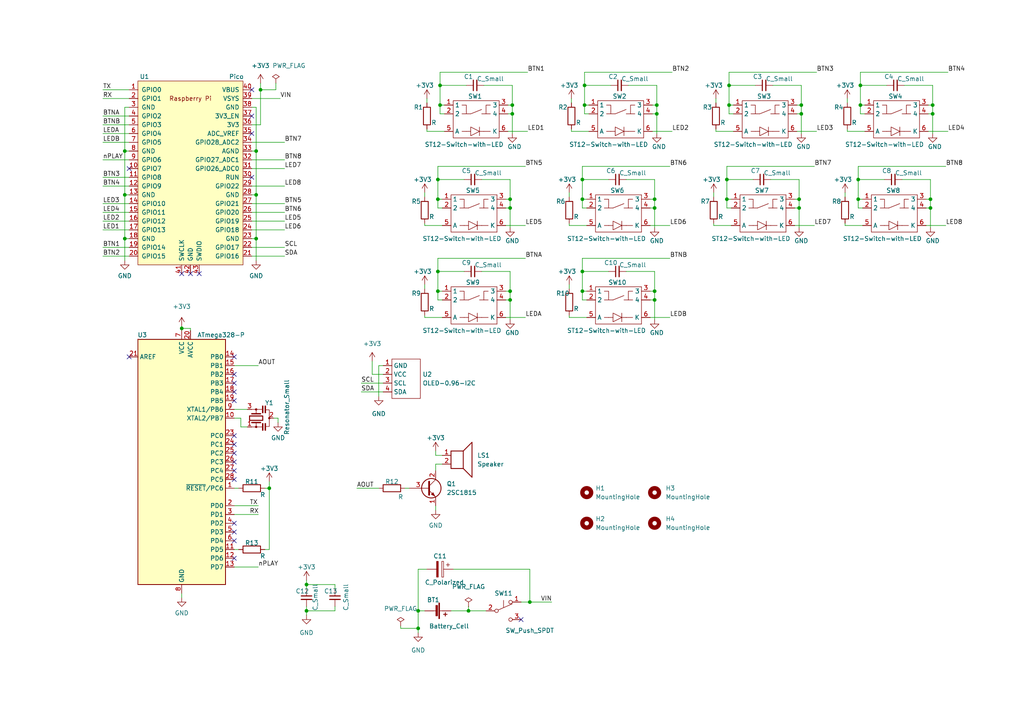
<source format=kicad_sch>
(kicad_sch (version 20211123) (generator eeschema)
  (paper "A4")
  (lib_symbols
    (symbol "Device:Battery_Cell" (pin_numbers hide) (pin_names (offset 0) hide)
      (property "Reference" "BT" (at 2.54 2.54 0))
      (property "Value" "Battery_Cell" (at 2.54 0 0))
      (symbol "Battery_Cell_0_1"
        (rectangle (start -2.286 1.778) (end 2.286 1.524) (fill (type outline)))
        (rectangle (start -1.5748 1.1938) (end 1.4732 0.6858) (fill (type outline)))
        (polyline (pts (xy 0 0.762) (xy 0 0)))
        (polyline (pts (xy 0 1.778) (xy 0 2.54)))
        (polyline (pts (xy 0.508 3.429) (xy 1.524 3.429)) (stroke (width 0.254)))
        (polyline (pts (xy 1.016 3.937) (xy 1.016 2.921)) (stroke (width 0.254)))
      )
      (symbol "Battery_Cell_1_1"
        (pin passive line (at 0 5.08 270) (length 2.54) (name "+") (number "1"))
        (pin passive line (at 0 -2.54 90) (length 2.54) (name "-") (number "2"))
      )
    )
    (symbol "Device:C_Polarized" (pin_numbers hide) (pin_names (offset 0.254))
      (property "Reference" "C" (at 0.635 2.54 0))
      (property "Value" "C_Polarized" (at 0.635 -2.54 0))
      (symbol "C_Polarized_0_1"
        (rectangle (start -2.286 0.508) (end 2.286 1.016))
        (polyline (pts (xy -1.778 2.286) (xy -0.762 2.286)))
        (polyline (pts (xy -1.27 2.794) (xy -1.27 1.778)))
        (rectangle (start 2.286 -0.508) (end -2.286 -1.016) (fill (type outline)))
      )
      (symbol "C_Polarized_1_1"
        (pin passive line (at 0 3.81 270) (length 2.794) (name "~") (number "1"))
        (pin passive line (at 0 -3.81 90) (length 2.794) (name "~") (number "2"))
      )
    )
    (symbol "Device:C_Small" (pin_numbers hide) (pin_names (offset 0.254) hide)
      (property "Reference" "C" (at 0.254 1.778 0))
      (property "Value" "C_Small" (at 0.254 -2.032 0))
      (symbol "C_Small_0_1"
        (polyline (pts (xy -1.524 -0.508) (xy 1.524 -0.508)) (stroke (width 0.3302)))
        (polyline (pts (xy -1.524 0.508) (xy 1.524 0.508)) (stroke (width 0.3048)))
      )
      (symbol "C_Small_1_1"
        (pin passive line (at 0 2.54 270) (length 2.032) (name "~") (number "1"))
        (pin passive line (at 0 -2.54 90) (length 2.032) (name "~") (number "2"))
      )
    )
    (symbol "Device:R" (pin_numbers hide) (pin_names (offset 0))
      (property "Reference" "R" (at 2.032 0 90))
      (property "Value" "R" (at 0 0 90))
      (symbol "R_0_1"
        (rectangle (start -1.016 -2.54) (end 1.016 2.54) (stroke (width 0.254)))
      )
      (symbol "R_1_1"
        (pin passive line (at 0 3.81 270) (length 1.27) (name "~") (number "1"))
        (pin passive line (at 0 -3.81 90) (length 1.27) (name "~") (number "2"))
      )
    )
    (symbol "Device:Resonator_Small" (pin_names (offset 1.016) hide)
      (property "Reference" "Y" (at 3.175 1.905 0))
      (property "Value" "Resonator_Small" (at 3.175 0 0))
      (symbol "Resonator_Small_0_1"
        (rectangle (start -3.556 -2.54) (end -1.524 -2.794) (fill (type outline)))
        (rectangle (start -3.556 -1.778) (end -1.524 -2.032) (fill (type outline)))
        (circle (center -2.54 0) (radius 0.254) (fill (type outline)))
        (rectangle (start -0.635 1.905) (end 0.635 -1.905) (stroke (width 0.3048)))
        (circle (center 0 -3.81) (radius 0.254) (fill (type outline)))
        (polyline (pts (xy -2.54 -1.778) (xy -2.54 0)))
        (polyline (pts (xy -2.54 0) (xy -1.397 0)))
        (polyline (pts (xy -2.54 1.27) (xy -2.54 0)))
        (polyline (pts (xy -1.27 -1.27) (xy -1.27 1.27)) (stroke (width 0.381)))
        (polyline (pts (xy 1.27 -1.27) (xy 1.27 1.27)) (stroke (width 0.381)))
        (polyline (pts (xy 1.27 0) (xy 2.54 0)))
        (polyline (pts (xy 2.54 0) (xy 2.54 -1.778)))
        (polyline (pts (xy 2.54 1.27) (xy 2.54 0)))
        (polyline (pts (xy 2.413 -2.794) (xy 2.413 -3.81) (xy -2.413 -3.81) (xy -2.413 -2.667)))
        (rectangle (start 1.524 -2.54) (end 3.556 -2.794) (fill (type outline)))
        (rectangle (start 1.524 -1.778) (end 3.556 -2.032) (fill (type outline)))
        (circle (center 2.54 0) (radius 0.254) (fill (type outline)))
      )
      (symbol "Resonator_Small_1_1"
        (pin passive line (at -2.54 2.54 270) (length 1.27) (name "1") (number "1"))
        (pin passive line (at 0 -5.08 90) (length 1.27) (name "2") (number "2"))
        (pin passive line (at 2.54 2.54 270) (length 1.27) (name "3") (number "3"))
      )
    )
    (symbol "Device:Speaker" (pin_names (offset 0) hide)
      (property "Reference" "LS" (at 1.27 5.715 0))
      (property "Value" "Speaker" (at 1.27 3.81 0))
      (symbol "Speaker_0_0"
        (rectangle (start -2.54 1.27) (end 1.016 -3.81) (stroke (width 0.254)))
        (polyline (pts (xy 1.016 1.27) (xy 3.556 3.81) (xy 3.556 -6.35) (xy 1.016 -3.81)) (stroke (width 0.254)))
      )
      (symbol "Speaker_1_1"
        (pin input line (at -5.08 0 0) (length 2.54) (name "1") (number "1"))
        (pin input line (at -5.08 -2.54 0) (length 2.54) (name "2") (number "2"))
      )
    )
    (symbol "MCU_Microchip_ATmega:ATmega328-P"
      (property "Reference" "U" (at -12.7 36.83 0))
      (property "Value" "ATmega328-P" (at 2.54 -36.83 0))
      (symbol "ATmega328-P_0_1"
        (rectangle (start -12.7 -35.56) (end 12.7 35.56) (stroke (width 0.254)) (fill (type background)))
      )
      (symbol "ATmega328-P_1_1"
        (pin bidirectional line (at 15.24 -7.62 180) (length 2.54) (name "~{RESET}/PC6") (number "1"))
        (pin bidirectional line (at 15.24 12.7 180) (length 2.54) (name "XTAL2/PB7") (number "10"))
        (pin bidirectional line (at 15.24 -25.4 180) (length 2.54) (name "PD5") (number "11"))
        (pin bidirectional line (at 15.24 -27.94 180) (length 2.54) (name "PD6") (number "12"))
        (pin bidirectional line (at 15.24 -30.48 180) (length 2.54) (name "PD7") (number "13"))
        (pin bidirectional line (at 15.24 30.48 180) (length 2.54) (name "PB0") (number "14"))
        (pin bidirectional line (at 15.24 27.94 180) (length 2.54) (name "PB1") (number "15"))
        (pin bidirectional line (at 15.24 25.4 180) (length 2.54) (name "PB2") (number "16"))
        (pin bidirectional line (at 15.24 22.86 180) (length 2.54) (name "PB3") (number "17"))
        (pin bidirectional line (at 15.24 20.32 180) (length 2.54) (name "PB4") (number "18"))
        (pin bidirectional line (at 15.24 17.78 180) (length 2.54) (name "PB5") (number "19"))
        (pin bidirectional line (at 15.24 -12.7 180) (length 2.54) (name "PD0") (number "2"))
        (pin power_in line (at 2.54 38.1 270) (length 2.54) (name "AVCC") (number "20"))
        (pin passive line (at -15.24 30.48 0) (length 2.54) (name "AREF") (number "21"))
        (pin passive line (at 0 -38.1 90) (length 2.54) hide (name "GND") (number "22"))
        (pin bidirectional line (at 15.24 7.62 180) (length 2.54) (name "PC0") (number "23"))
        (pin bidirectional line (at 15.24 5.08 180) (length 2.54) (name "PC1") (number "24"))
        (pin bidirectional line (at 15.24 2.54 180) (length 2.54) (name "PC2") (number "25"))
        (pin bidirectional line (at 15.24 0 180) (length 2.54) (name "PC3") (number "26"))
        (pin bidirectional line (at 15.24 -2.54 180) (length 2.54) (name "PC4") (number "27"))
        (pin bidirectional line (at 15.24 -5.08 180) (length 2.54) (name "PC5") (number "28"))
        (pin bidirectional line (at 15.24 -15.24 180) (length 2.54) (name "PD1") (number "3"))
        (pin bidirectional line (at 15.24 -17.78 180) (length 2.54) (name "PD2") (number "4"))
        (pin bidirectional line (at 15.24 -20.32 180) (length 2.54) (name "PD3") (number "5"))
        (pin bidirectional line (at 15.24 -22.86 180) (length 2.54) (name "PD4") (number "6"))
        (pin power_in line (at 0 38.1 270) (length 2.54) (name "VCC") (number "7"))
        (pin power_in line (at 0 -38.1 90) (length 2.54) (name "GND") (number "8"))
        (pin bidirectional line (at 15.24 15.24 180) (length 2.54) (name "XTAL1/PB6") (number "9"))
      )
    )
    (symbol "Mechanical:MountingHole" (pin_names (offset 1.016))
      (property "Reference" "H" (at 0 5.08 0))
      (property "Value" "MountingHole" (at 0 3.175 0))
      (symbol "MountingHole_0_1"
        (circle (center 0 0) (radius 1.27) (stroke (width 1.27)))
      )
    )
    (symbol "RPi_Pico:Pico" (pin_names (offset 1.016))
      (property "Reference" "U" (at -13.97 27.94 0))
      (property "Value" "Pico" (at 0 19.05 0))
      (symbol "Pico_0_0"
        (text "Raspberry Pi" (at 0 21.59 0) (effects (font (size 1.27 1.27))))
      )
      (symbol "Pico_0_1"
        (rectangle (start -15.24 26.67) (end 15.24 -26.67) (fill (type background)))
      )
      (symbol "Pico_1_1"
        (pin bidirectional line (at -17.78 24.13 0) (length 2.54) (name "GPIO0") (number "1"))
        (pin bidirectional line (at -17.78 1.27 0) (length 2.54) (name "GPIO7") (number "10"))
        (pin bidirectional line (at -17.78 -1.27 0) (length 2.54) (name "GPIO8") (number "11"))
        (pin bidirectional line (at -17.78 -3.81 0) (length 2.54) (name "GPIO9") (number "12"))
        (pin power_in line (at -17.78 -6.35 0) (length 2.54) (name "GND") (number "13"))
        (pin bidirectional line (at -17.78 -8.89 0) (length 2.54) (name "GPIO10") (number "14"))
        (pin bidirectional line (at -17.78 -11.43 0) (length 2.54) (name "GPIO11") (number "15"))
        (pin bidirectional line (at -17.78 -13.97 0) (length 2.54) (name "GPIO12") (number "16"))
        (pin bidirectional line (at -17.78 -16.51 0) (length 2.54) (name "GPIO13") (number "17"))
        (pin power_in line (at -17.78 -19.05 0) (length 2.54) (name "GND") (number "18"))
        (pin bidirectional line (at -17.78 -21.59 0) (length 2.54) (name "GPIO14") (number "19"))
        (pin bidirectional line (at -17.78 21.59 0) (length 2.54) (name "GPIO1") (number "2"))
        (pin bidirectional line (at -17.78 -24.13 0) (length 2.54) (name "GPIO15") (number "20"))
        (pin bidirectional line (at 17.78 -24.13 180) (length 2.54) (name "GPIO16") (number "21"))
        (pin bidirectional line (at 17.78 -21.59 180) (length 2.54) (name "GPIO17") (number "22"))
        (pin power_in line (at 17.78 -19.05 180) (length 2.54) (name "GND") (number "23"))
        (pin bidirectional line (at 17.78 -16.51 180) (length 2.54) (name "GPIO18") (number "24"))
        (pin bidirectional line (at 17.78 -13.97 180) (length 2.54) (name "GPIO19") (number "25"))
        (pin bidirectional line (at 17.78 -11.43 180) (length 2.54) (name "GPIO20") (number "26"))
        (pin bidirectional line (at 17.78 -8.89 180) (length 2.54) (name "GPIO21") (number "27"))
        (pin power_in line (at 17.78 -6.35 180) (length 2.54) (name "GND") (number "28"))
        (pin bidirectional line (at 17.78 -3.81 180) (length 2.54) (name "GPIO22") (number "29"))
        (pin power_in line (at -17.78 19.05 0) (length 2.54) (name "GND") (number "3"))
        (pin input line (at 17.78 -1.27 180) (length 2.54) (name "RUN") (number "30"))
        (pin bidirectional line (at 17.78 1.27 180) (length 2.54) (name "GPIO26_ADC0") (number "31"))
        (pin bidirectional line (at 17.78 3.81 180) (length 2.54) (name "GPIO27_ADC1") (number "32"))
        (pin power_in line (at 17.78 6.35 180) (length 2.54) (name "AGND") (number "33"))
        (pin bidirectional line (at 17.78 8.89 180) (length 2.54) (name "GPIO28_ADC2") (number "34"))
        (pin unspecified line (at 17.78 11.43 180) (length 2.54) (name "ADC_VREF") (number "35"))
        (pin unspecified line (at 17.78 13.97 180) (length 2.54) (name "3V3") (number "36"))
        (pin input line (at 17.78 16.51 180) (length 2.54) (name "3V3_EN") (number "37"))
        (pin bidirectional line (at 17.78 19.05 180) (length 2.54) (name "GND") (number "38"))
        (pin unspecified line (at 17.78 21.59 180) (length 2.54) (name "VSYS") (number "39"))
        (pin bidirectional line (at -17.78 16.51 0) (length 2.54) (name "GPIO2") (number "4"))
        (pin unspecified line (at 17.78 24.13 180) (length 2.54) (name "VBUS") (number "40"))
        (pin input line (at -2.54 -29.21 90) (length 2.54) (name "SWCLK") (number "41"))
        (pin power_in line (at 0 -29.21 90) (length 2.54) (name "GND") (number "42"))
        (pin bidirectional line (at 2.54 -29.21 90) (length 2.54) (name "SWDIO") (number "43"))
        (pin bidirectional line (at -17.78 13.97 0) (length 2.54) (name "GPIO3") (number "5"))
        (pin bidirectional line (at -17.78 11.43 0) (length 2.54) (name "GPIO4") (number "6"))
        (pin bidirectional line (at -17.78 8.89 0) (length 2.54) (name "GPIO5") (number "7"))
        (pin power_in line (at -17.78 6.35 0) (length 2.54) (name "GND") (number "8"))
        (pin bidirectional line (at -17.78 3.81 0) (length 2.54) (name "GPIO6") (number "9"))
      )
    )
    (symbol "Switch:SW_Push_SPDT" (pin_names (offset 0) hide)
      (property "Reference" "SW" (at 0 4.318 0))
      (property "Value" "SW_Push_SPDT" (at 0 -5.08 0))
      (symbol "SW_Push_SPDT_0_0"
        (circle (center -2.032 0) (radius 0.508))
        (polyline (pts (xy 0 1.016) (xy 0 3.048)))
        (circle (center 2.032 -2.54) (radius 0.508))
      )
      (symbol "SW_Push_SPDT_0_1"
        (polyline (pts (xy -1.524 0.254) (xy 2.54 2.032)))
        (circle (center 2.032 2.54) (radius 0.508))
      )
      (symbol "SW_Push_SPDT_1_1"
        (pin passive line (at 5.08 2.54 180) (length 2.54) (name "A") (number "1"))
        (pin passive line (at -5.08 0 0) (length 2.54) (name "B") (number "2"))
        (pin passive line (at 5.08 -2.54 180) (length 2.54) (name "C") (number "3"))
      )
    )
    (symbol "Transistor_BJT:2SC1815" (pin_names (offset 0) hide)
      (property "Reference" "Q" (at 5.08 1.905 0))
      (property "Value" "2SC1815" (at 5.08 0 0))
      (symbol "2SC1815_0_1"
        (polyline (pts (xy 0 0) (xy 0.508 0)))
        (polyline (pts (xy 0.635 0.635) (xy 2.54 2.54)))
        (polyline (pts (xy 0.635 -0.635) (xy 2.54 -2.54) (xy 2.54 -2.54)))
        (polyline (pts (xy 0.635 1.905) (xy 0.635 -1.905) (xy 0.635 -1.905)) (stroke (width 0.508)))
        (polyline (pts (xy 1.27 -1.778) (xy 1.778 -1.27) (xy 2.286 -2.286) (xy 1.27 -1.778) (xy 1.27 -1.778)) (fill (type outline)))
        (circle (center 1.27 0) (radius 2.8194) (stroke (width 0.254)))
      )
      (symbol "2SC1815_1_1"
        (pin passive line (at 2.54 -5.08 90) (length 2.54) (name "E") (number "1"))
        (pin passive line (at 2.54 5.08 270) (length 2.54) (name "C") (number "2"))
        (pin input line (at -5.08 0 0) (length 5.08) (name "B") (number "3"))
      )
    )
    (symbol "pico-toy-elevator:OLED-0.96-I2C"
      (property "Reference" "U" (at 0.635 1.27 0))
      (property "Value" "OLED-0.96-I2C" (at 7.62 -12.7 0))
      (symbol "OLED-0.96-I2C_0_1"
        (rectangle (start 0 0) (end 8.255 -11.43))
      )
      (symbol "OLED-0.96-I2C_1_1"
        (pin power_in line (at -2.54 -1.905 0) (length 2.54) (name "GND") (number "1"))
        (pin power_in line (at -2.54 -4.445 0) (length 2.54) (name "VCC") (number "2"))
        (pin input line (at -2.54 -6.985 0) (length 2.54) (name "SCL") (number "3"))
        (pin bidirectional line (at -2.54 -9.525 0) (length 2.54) (name "SDA") (number "4"))
      )
    )
    (symbol "pico-toy-elevator:ST12-Switch-with-LED"
      (property "Reference" "SW" (at 4.445 2.54 0))
      (property "Value" "ST12-Switch-with-LED" (at 6.985 -10.795 0))
      (symbol "ST12-Switch-with-LED_0_1"
        (polyline (pts (xy 3.81 -7.62) (xy 2.54 -7.62)))
        (polyline (pts (xy 5.08 -7.62) (xy 3.81 -7.62)))
        (polyline (pts (xy 5.08 -2.54) (xy 8.255 -1.27)))
        (polyline (pts (xy 7.62 -7.62) (xy 8.89 -7.62)))
        (polyline (pts (xy 7.62 -6.35) (xy 7.62 -8.89)))
        (polyline (pts (xy 8.89 -7.62) (xy 10.795 -7.62)))
        (polyline (pts (xy 9.525 -2.54) (xy 10.795 -2.54)))
        (polyline (pts (xy 13.335 -9.525) (xy 13.335 1.27)))
        (polyline (pts (xy 0 0.635) (xy 0 -9.525) (xy 13.335 -9.525)))
        (polyline (pts (xy 0 0.635) (xy 0 1.27) (xy 13.335 1.27)))
        (polyline (pts (xy 7.62 -7.62) (xy 5.08 -6.35) (xy 5.08 -8.89) (xy 7.62 -7.62)))
        (polyline (pts (xy 8.255 -2.54) (xy 9.525 -2.54) (xy 9.525 0) (xy 10.795 0)))
        (polyline (pts (xy 2.54 0) (xy 3.81 0) (xy 3.81 -2.54) (xy 2.54 -2.54) (xy 3.81 -2.54) (xy 5.08 -2.54)))
      )
      (symbol "ST12-Switch-with-LED_1_1"
        (pin passive line (at -2.54 0 0) (length 2.54) (name "1") (number "1"))
        (pin passive line (at -2.54 -2.54 0) (length 2.54) (name "2") (number "2"))
        (pin passive line (at 15.875 0 180) (length 2.54) (name "3") (number "3"))
        (pin passive line (at 15.875 -2.54 180) (length 2.54) (name "4") (number "4"))
        (pin passive line (at -2.54 -7.62 0) (length 2.54) (name "A") (number "5"))
        (pin passive line (at 15.875 -7.62 180) (length 2.54) (name "K") (number "6"))
      )
    )
    (symbol "power:+3V3" (power) (pin_names (offset 0))
      (property "Value" "+3V3" (at 0 3.556 0))
      (symbol "+3V3_0_1"
        (polyline (pts (xy -0.762 1.27) (xy 0 2.54)))
        (polyline (pts (xy 0 0) (xy 0 2.54)))
        (polyline (pts (xy 0 2.54) (xy 0.762 1.27)))
      )
      (symbol "+3V3_1_1"
        (pin power_in line (at 0 0 90) (length 0) hide (name "+3V3") (number "1"))
      )
    )
    (symbol "power:GND" (power) (pin_names (offset 0))
      (property "Value" "GND" (at 0 -3.81 0))
      (symbol "GND_0_1"
        (polyline (pts (xy 0 0) (xy 0 -1.27) (xy 1.27 -1.27) (xy 0 -2.54) (xy -1.27 -1.27) (xy 0 -1.27)))
      )
      (symbol "GND_1_1"
        (pin power_in line (at 0 0 270) (length 0) hide (name "GND") (number "1"))
      )
    )
    (symbol "power:PWR_FLAG" (power) (pin_numbers hide) (pin_names (offset 0) hide)
      (property "Value" "PWR_FLAG" (at 0 3.81 0))
      (symbol "PWR_FLAG_0_0"
        (pin power_out line (at 0 0 90) (length 0) (name "pwr") (number "1"))
      )
      (symbol "PWR_FLAG_0_1"
        (polyline (pts (xy 0 0) (xy 0 1.27) (xy -1.016 1.905) (xy 0 2.54) (xy 1.016 1.905) (xy 0 1.27)))
      )
    )
  )
  (junction (at 127.635 30.48))
  (junction (at 88.9 169.545))
  (junction (at 127.635 24.765))
  (junction (at 168.91 84.455))
  (junction (at 210.82 52.07))
  (junction (at 231.775 60.325))
  (junction (at 168.91 78.74))
  (junction (at 36.195 43.815))
  (junction (at 135.89 177.165))
  (junction (at 36.195 69.215))
  (junction (at 36.195 56.515))
  (junction (at 269.875 60.325))
  (junction (at 88.9 177.165))
  (junction (at 211.455 24.765))
  (junction (at 74.295 43.815))
  (junction (at 121.285 182.245))
  (junction (at 269.875 57.785))
  (junction (at 74.295 56.515))
  (junction (at 147.955 86.995))
  (junction (at 147.955 57.785))
  (junction (at 147.955 60.325))
  (junction (at 168.91 52.07))
  (junction (at 232.41 33.02))
  (junction (at 231.775 57.785))
  (junction (at 75.565 26.035))
  (junction (at 169.545 24.765))
  (junction (at 211.455 30.48))
  (junction (at 169.545 30.48))
  (junction (at 248.92 57.785))
  (junction (at 248.92 52.07))
  (junction (at 232.41 30.48))
  (junction (at 121.285 177.165))
  (junction (at 270.51 30.48))
  (junction (at 189.865 57.785))
  (junction (at 74.295 69.215))
  (junction (at 190.5 33.02))
  (junction (at 168.91 57.785))
  (junction (at 78.105 141.605))
  (junction (at 127 84.455))
  (junction (at 189.865 60.325))
  (junction (at 148.59 30.48))
  (junction (at 127 52.07))
  (junction (at 190.5 30.48))
  (junction (at 148.59 33.02))
  (junction (at 189.865 86.995))
  (junction (at 210.82 57.785))
  (junction (at 270.51 33.02))
  (junction (at 127 78.74))
  (junction (at 147.955 84.455))
  (junction (at 127 57.785))
  (junction (at 153.67 174.625))
  (junction (at 249.555 30.48))
  (junction (at 189.865 84.455))
  (junction (at 52.705 95.25))
  (junction (at 249.555 24.765))
  (no_connect (at 73.025 38.735))
  (no_connect (at 73.025 33.655))
  (no_connect (at 52.705 79.375))
  (no_connect (at 55.245 79.375))
  (no_connect (at 57.785 79.375))
  (no_connect (at 37.465 48.895))
  (no_connect (at 67.945 151.765))
  (no_connect (at 67.945 161.925))
  (no_connect (at 67.945 156.845))
  (no_connect (at 67.945 154.305))
  (no_connect (at 151.13 179.705))
  (no_connect (at 67.945 128.905))
  (no_connect (at 67.945 126.365))
  (no_connect (at 67.945 116.205))
  (no_connect (at 67.945 113.665))
  (no_connect (at 67.945 111.125))
  (no_connect (at 67.945 108.585))
  (no_connect (at 37.465 103.505))
  (no_connect (at 67.945 139.065))
  (no_connect (at 67.945 136.525))
  (no_connect (at 67.945 133.985))
  (no_connect (at 67.945 131.445))
  (no_connect (at 67.945 103.505))
  (no_connect (at 73.025 26.035))
  (no_connect (at 73.025 51.435))
  (wire (pts (xy 261.62 52.07) (xy 269.875 52.07)))
  (wire (pts (xy 52.705 94.615) (xy 52.705 95.25)))
  (wire (pts (xy 127 57.785) (xy 128.27 57.785)))
  (wire (pts (xy 97.155 175.895) (xy 97.155 177.165)))
  (wire (pts (xy 232.41 33.02) (xy 232.41 38.735)))
  (wire (pts (xy 73.025 69.215) (xy 74.295 69.215)))
  (wire (pts (xy 230.505 57.785) (xy 231.775 57.785)))
  (wire (pts (xy 210.82 52.07) (xy 210.82 48.26)))
  (wire (pts (xy 126.365 134.62) (xy 128.27 134.62)))
  (wire (pts (xy 223.52 52.07) (xy 231.775 52.07)))
  (wire (pts (xy 67.945 121.285) (xy 69.85 121.285)))
  (wire (pts (xy 121.285 165.1) (xy 123.825 165.1)))
  (wire (pts (xy 147.955 52.07) (xy 147.955 57.785)))
  (wire (pts (xy 146.685 92.075) (xy 152.4 92.075)))
  (wire (pts (xy 74.295 56.515) (xy 74.295 69.215)))
  (wire (pts (xy 148.59 30.48) (xy 148.59 33.02)))
  (wire (pts (xy 104.775 111.125) (xy 111.125 111.125)))
  (wire (pts (xy 207.645 38.1) (xy 207.645 37.465)))
  (wire (pts (xy 76.835 159.385) (xy 78.105 159.385)))
  (wire (pts (xy 127 60.325) (xy 127 57.785)))
  (wire (pts (xy 121.285 177.165) (xy 123.19 177.165)))
  (wire (pts (xy 207.01 55.88) (xy 207.01 57.15)))
  (wire (pts (xy 29.845 33.655) (xy 37.465 33.655)))
  (wire (pts (xy 74.295 69.215) (xy 74.295 75.565)))
  (wire (pts (xy 73.025 46.355) (xy 82.55 46.355)))
  (wire (pts (xy 269.875 60.325) (xy 269.875 66.04)))
  (wire (pts (xy 123.19 82.55) (xy 123.19 83.82)))
  (wire (pts (xy 250.825 38.1) (xy 245.745 38.1)))
  (wire (pts (xy 67.945 149.225) (xy 74.93 149.225)))
  (wire (pts (xy 73.025 31.115) (xy 74.295 31.115)))
  (wire (pts (xy 74.295 31.115) (xy 74.295 43.815)))
  (wire (pts (xy 111.125 106.045) (xy 109.855 106.045)))
  (wire (pts (xy 79.375 121.285) (xy 80.645 121.285)))
  (wire (pts (xy 128.905 38.1) (xy 123.825 38.1)))
  (wire (pts (xy 249.555 24.765) (xy 257.175 24.765)))
  (wire (pts (xy 168.91 48.26) (xy 194.31 48.26)))
  (wire (pts (xy 210.82 52.07) (xy 218.44 52.07)))
  (wire (pts (xy 88.9 168.275) (xy 88.9 169.545)))
  (wire (pts (xy 29.845 53.975) (xy 37.465 53.975)))
  (wire (pts (xy 29.845 64.135) (xy 37.465 64.135)))
  (wire (pts (xy 88.9 169.545) (xy 88.9 170.815)))
  (wire (pts (xy 170.815 33.02) (xy 169.545 33.02)))
  (wire (pts (xy 52.705 95.25) (xy 52.705 95.885)))
  (wire (pts (xy 127.635 24.765) (xy 135.255 24.765)))
  (wire (pts (xy 169.545 30.48) (xy 169.545 24.765)))
  (wire (pts (xy 147.32 30.48) (xy 148.59 30.48)))
  (wire (pts (xy 170.18 86.995) (xy 168.91 86.995)))
  (wire (pts (xy 69.85 121.285) (xy 69.85 123.825)))
  (wire (pts (xy 147.955 60.325) (xy 147.955 66.04)))
  (wire (pts (xy 123.825 38.1) (xy 123.825 37.465)))
  (wire (pts (xy 189.23 30.48) (xy 190.5 30.48)))
  (wire (pts (xy 135.89 175.895) (xy 135.89 177.165)))
  (wire (pts (xy 139.7 78.74) (xy 147.955 78.74)))
  (wire (pts (xy 148.59 33.02) (xy 147.32 33.02)))
  (wire (pts (xy 269.875 52.07) (xy 269.875 57.785)))
  (wire (pts (xy 165.735 38.1) (xy 165.735 37.465)))
  (wire (pts (xy 67.945 164.465) (xy 74.93 164.465)))
  (wire (pts (xy 224.155 24.765) (xy 232.41 24.765)))
  (wire (pts (xy 127.635 30.48) (xy 127.635 24.765)))
  (wire (pts (xy 168.91 78.74) (xy 176.53 78.74)))
  (wire (pts (xy 78.105 141.605) (xy 78.105 139.7)))
  (wire (pts (xy 107.95 108.585) (xy 107.95 104.775)))
  (wire (pts (xy 75.565 36.195) (xy 75.565 26.035)))
  (wire (pts (xy 147.955 60.325) (xy 146.685 60.325)))
  (wire (pts (xy 128.27 60.325) (xy 127 60.325)))
  (wire (pts (xy 211.455 24.765) (xy 211.455 20.955)))
  (wire (pts (xy 148.59 33.02) (xy 148.59 38.735)))
  (wire (pts (xy 73.025 64.135) (xy 82.55 64.135)))
  (wire (pts (xy 29.845 41.275) (xy 37.465 41.275)))
  (wire (pts (xy 127.635 33.02) (xy 127.635 30.48)))
  (wire (pts (xy 268.605 65.405) (xy 274.32 65.405)))
  (wire (pts (xy 88.9 175.895) (xy 88.9 177.165)))
  (wire (pts (xy 29.845 59.055) (xy 37.465 59.055)))
  (wire (pts (xy 73.025 56.515) (xy 74.295 56.515)))
  (wire (pts (xy 249.555 30.48) (xy 249.555 24.765)))
  (wire (pts (xy 36.195 43.815) (xy 36.195 56.515)))
  (wire (pts (xy 80.645 121.285) (xy 80.645 122.555)))
  (wire (pts (xy 29.845 36.195) (xy 37.465 36.195)))
  (wire (pts (xy 123.825 28.575) (xy 123.825 29.845)))
  (wire (pts (xy 268.605 57.785) (xy 269.875 57.785)))
  (wire (pts (xy 73.025 28.575) (xy 81.28 28.575)))
  (wire (pts (xy 29.845 38.735) (xy 37.465 38.735)))
  (wire (pts (xy 127 86.995) (xy 127 84.455)))
  (wire (pts (xy 127.635 20.955) (xy 153.035 20.955)))
  (wire (pts (xy 169.545 24.765) (xy 177.165 24.765)))
  (wire (pts (xy 146.685 84.455) (xy 147.955 84.455)))
  (wire (pts (xy 147.955 86.995) (xy 147.955 92.71)))
  (wire (pts (xy 231.775 60.325) (xy 230.505 60.325)))
  (wire (pts (xy 153.67 165.1) (xy 153.67 174.625)))
  (wire (pts (xy 73.025 74.295) (xy 82.55 74.295)))
  (wire (pts (xy 121.285 177.165) (xy 121.285 182.245)))
  (wire (pts (xy 29.845 46.355) (xy 37.465 46.355)))
  (wire (pts (xy 169.545 30.48) (xy 170.815 30.48)))
  (wire (pts (xy 168.91 78.74) (xy 168.91 74.93)))
  (wire (pts (xy 80.01 26.035) (xy 75.565 26.035)))
  (wire (pts (xy 165.1 55.88) (xy 165.1 57.15)))
  (wire (pts (xy 170.18 60.325) (xy 168.91 60.325)))
  (wire (pts (xy 74.295 43.815) (xy 74.295 56.515)))
  (wire (pts (xy 128.905 33.02) (xy 127.635 33.02)))
  (wire (pts (xy 139.7 52.07) (xy 147.955 52.07)))
  (wire (pts (xy 128.27 86.995) (xy 127 86.995)))
  (wire (pts (xy 97.155 177.165) (xy 88.9 177.165)))
  (wire (pts (xy 168.91 86.995) (xy 168.91 84.455)))
  (wire (pts (xy 169.545 20.955) (xy 194.945 20.955)))
  (wire (pts (xy 67.945 146.685) (xy 74.93 146.685)))
  (wire (pts (xy 73.025 61.595) (xy 82.55 61.595)))
  (wire (pts (xy 250.19 60.325) (xy 248.92 60.325)))
  (wire (pts (xy 212.09 60.325) (xy 210.82 60.325)))
  (wire (pts (xy 190.5 33.02) (xy 190.5 38.735)))
  (wire (pts (xy 146.685 57.785) (xy 147.955 57.785)))
  (wire (pts (xy 269.875 57.785) (xy 269.875 60.325)))
  (wire (pts (xy 168.91 84.455) (xy 168.91 78.74)))
  (wire (pts (xy 165.1 82.55) (xy 165.1 83.82)))
  (wire (pts (xy 245.11 65.405) (xy 245.11 64.77)))
  (wire (pts (xy 97.155 169.545) (xy 88.9 169.545)))
  (wire (pts (xy 126.365 132.08) (xy 128.27 132.08)))
  (wire (pts (xy 29.845 61.595) (xy 37.465 61.595)))
  (wire (pts (xy 245.745 38.1) (xy 245.745 37.465)))
  (wire (pts (xy 127.635 24.765) (xy 127.635 20.955)))
  (wire (pts (xy 128.27 92.075) (xy 123.19 92.075)))
  (wire (pts (xy 231.14 38.1) (xy 236.855 38.1)))
  (wire (pts (xy 170.815 38.1) (xy 165.735 38.1)))
  (wire (pts (xy 232.41 30.48) (xy 232.41 33.02)))
  (wire (pts (xy 73.025 66.675) (xy 82.55 66.675)))
  (wire (pts (xy 147.32 38.1) (xy 153.035 38.1)))
  (wire (pts (xy 151.13 174.625) (xy 153.67 174.625)))
  (wire (pts (xy 147.955 78.74) (xy 147.955 84.455)))
  (wire (pts (xy 97.155 170.815) (xy 97.155 169.545)))
  (wire (pts (xy 248.92 48.26) (xy 274.32 48.26)))
  (wire (pts (xy 123.19 92.075) (xy 123.19 91.44)))
  (wire (pts (xy 232.41 33.02) (xy 231.14 33.02)))
  (wire (pts (xy 121.285 182.245) (xy 121.285 183.515)))
  (wire (pts (xy 126.365 130.81) (xy 126.365 132.08)))
  (wire (pts (xy 211.455 30.48) (xy 212.725 30.48)))
  (wire (pts (xy 128.27 65.405) (xy 123.19 65.405)))
  (wire (pts (xy 207.01 65.405) (xy 207.01 64.77)))
  (wire (pts (xy 169.545 24.765) (xy 169.545 20.955)))
  (wire (pts (xy 73.025 71.755) (xy 82.55 71.755)))
  (wire (pts (xy 73.025 48.895) (xy 82.55 48.895)))
  (wire (pts (xy 67.945 118.745) (xy 71.755 118.745)))
  (wire (pts (xy 189.865 60.325) (xy 188.595 60.325)))
  (wire (pts (xy 210.82 60.325) (xy 210.82 57.785)))
  (wire (pts (xy 127 48.26) (xy 152.4 48.26)))
  (wire (pts (xy 248.92 52.07) (xy 256.54 52.07)))
  (wire (pts (xy 189.865 84.455) (xy 189.865 86.995)))
  (wire (pts (xy 135.89 177.165) (xy 140.97 177.165)))
  (wire (pts (xy 80.01 24.13) (xy 80.01 26.035)))
  (wire (pts (xy 29.845 74.295) (xy 37.465 74.295)))
  (wire (pts (xy 211.455 33.02) (xy 211.455 30.48)))
  (wire (pts (xy 249.555 30.48) (xy 250.825 30.48)))
  (wire (pts (xy 36.195 56.515) (xy 37.465 56.515)))
  (wire (pts (xy 127 74.93) (xy 152.4 74.93)))
  (wire (pts (xy 127 84.455) (xy 128.27 84.455)))
  (wire (pts (xy 75.565 26.035) (xy 75.565 24.13)))
  (wire (pts (xy 127 78.74) (xy 134.62 78.74)))
  (wire (pts (xy 210.82 57.785) (xy 212.09 57.785)))
  (wire (pts (xy 168.91 84.455) (xy 170.18 84.455)))
  (wire (pts (xy 165.1 92.075) (xy 165.1 91.44)))
  (wire (pts (xy 250.825 33.02) (xy 249.555 33.02)))
  (wire (pts (xy 52.705 172.085) (xy 52.705 173.355)))
  (wire (pts (xy 189.865 60.325) (xy 189.865 66.04)))
  (wire (pts (xy 207.645 28.575) (xy 207.645 29.845)))
  (wire (pts (xy 181.61 52.07) (xy 189.865 52.07)))
  (wire (pts (xy 67.945 159.385) (xy 69.215 159.385)))
  (wire (pts (xy 189.865 86.995) (xy 188.595 86.995)))
  (wire (pts (xy 36.195 69.215) (xy 36.195 75.565)))
  (wire (pts (xy 230.505 65.405) (xy 236.22 65.405)))
  (wire (pts (xy 29.845 71.755) (xy 37.465 71.755)))
  (wire (pts (xy 73.025 59.055) (xy 82.55 59.055)))
  (wire (pts (xy 29.845 26.035) (xy 37.465 26.035)))
  (wire (pts (xy 126.365 136.525) (xy 126.365 134.62)))
  (wire (pts (xy 116.205 181.61) (xy 116.205 182.245)))
  (wire (pts (xy 190.5 24.765) (xy 190.5 30.48)))
  (wire (pts (xy 111.125 108.585) (xy 107.95 108.585)))
  (wire (pts (xy 148.59 24.765) (xy 148.59 30.48)))
  (wire (pts (xy 231.775 60.325) (xy 231.775 66.04)))
  (wire (pts (xy 37.465 31.115) (xy 36.195 31.115)))
  (wire (pts (xy 248.92 60.325) (xy 248.92 57.785)))
  (wire (pts (xy 168.91 57.785) (xy 170.18 57.785)))
  (wire (pts (xy 249.555 20.955) (xy 274.955 20.955)))
  (wire (pts (xy 211.455 24.765) (xy 219.075 24.765)))
  (wire (pts (xy 269.875 60.325) (xy 268.605 60.325)))
  (wire (pts (xy 109.855 106.045) (xy 109.855 114.935)))
  (wire (pts (xy 189.23 38.1) (xy 194.945 38.1)))
  (wire (pts (xy 249.555 33.02) (xy 249.555 30.48)))
  (wire (pts (xy 270.51 33.02) (xy 270.51 38.735)))
  (wire (pts (xy 248.92 52.07) (xy 248.92 48.26)))
  (wire (pts (xy 270.51 33.02) (xy 269.24 33.02)))
  (wire (pts (xy 78.105 159.385) (xy 78.105 141.605)))
  (wire (pts (xy 269.24 30.48) (xy 270.51 30.48)))
  (wire (pts (xy 231.775 57.785) (xy 231.775 60.325)))
  (wire (pts (xy 168.91 57.785) (xy 168.91 52.07)))
  (wire (pts (xy 269.24 38.1) (xy 274.955 38.1)))
  (wire (pts (xy 73.025 36.195) (xy 75.565 36.195)))
  (wire (pts (xy 189.865 78.74) (xy 189.865 84.455)))
  (wire (pts (xy 168.91 52.07) (xy 176.53 52.07)))
  (wire (pts (xy 29.845 28.575) (xy 37.465 28.575)))
  (wire (pts (xy 36.195 69.215) (xy 37.465 69.215)))
  (wire (pts (xy 188.595 57.785) (xy 189.865 57.785)))
  (wire (pts (xy 248.92 57.785) (xy 250.19 57.785)))
  (wire (pts (xy 126.365 146.685) (xy 126.365 147.955)))
  (wire (pts (xy 29.845 51.435) (xy 37.465 51.435)))
  (wire (pts (xy 123.19 55.88) (xy 123.19 57.15)))
  (wire (pts (xy 168.91 52.07) (xy 168.91 48.26)))
  (wire (pts (xy 232.41 24.765) (xy 232.41 30.48)))
  (wire (pts (xy 131.445 165.1) (xy 153.67 165.1)))
  (wire (pts (xy 123.19 65.405) (xy 123.19 64.77)))
  (wire (pts (xy 67.945 106.045) (xy 74.93 106.045)))
  (wire (pts (xy 211.455 30.48) (xy 211.455 24.765)))
  (wire (pts (xy 130.81 177.165) (xy 135.89 177.165)))
  (wire (pts (xy 121.285 177.165) (xy 121.285 165.1)))
  (wire (pts (xy 36.195 43.815) (xy 37.465 43.815)))
  (wire (pts (xy 231.775 52.07) (xy 231.775 57.785)))
  (wire (pts (xy 212.725 33.02) (xy 211.455 33.02)))
  (wire (pts (xy 189.865 57.785) (xy 189.865 60.325)))
  (wire (pts (xy 248.92 57.785) (xy 248.92 52.07)))
  (wire (pts (xy 190.5 30.48) (xy 190.5 33.02)))
  (wire (pts (xy 73.025 41.275) (xy 82.55 41.275)))
  (wire (pts (xy 55.245 95.885) (xy 55.245 95.25)))
  (wire (pts (xy 127 57.785) (xy 127 52.07)))
  (wire (pts (xy 181.61 78.74) (xy 189.865 78.74)))
  (wire (pts (xy 212.09 65.405) (xy 207.01 65.405)))
  (wire (pts (xy 188.595 84.455) (xy 189.865 84.455)))
  (wire (pts (xy 165.1 65.405) (xy 165.1 64.77)))
  (wire (pts (xy 88.9 177.165) (xy 88.9 178.435)))
  (wire (pts (xy 210.82 57.785) (xy 210.82 52.07)))
  (wire (pts (xy 73.025 53.975) (xy 82.55 53.975)))
  (wire (pts (xy 211.455 20.955) (xy 236.855 20.955)))
  (wire (pts (xy 168.91 74.93) (xy 194.31 74.93)))
  (wire (pts (xy 76.835 141.605) (xy 78.105 141.605)))
  (wire (pts (xy 69.85 123.825) (xy 71.755 123.825)))
  (wire (pts (xy 212.725 38.1) (xy 207.645 38.1)))
  (wire (pts (xy 127 84.455) (xy 127 78.74)))
  (wire (pts (xy 188.595 65.405) (xy 194.31 65.405)))
  (wire (pts (xy 270.51 24.765) (xy 270.51 30.48)))
  (wire (pts (xy 245.11 55.88) (xy 245.11 57.15)))
  (wire (pts (xy 270.51 30.48) (xy 270.51 33.02)))
  (wire (pts (xy 189.865 52.07) (xy 189.865 57.785)))
  (wire (pts (xy 170.18 65.405) (xy 165.1 65.405)))
  (wire (pts (xy 127.635 30.48) (xy 128.905 30.48)))
  (wire (pts (xy 190.5 33.02) (xy 189.23 33.02)))
  (wire (pts (xy 147.955 57.785) (xy 147.955 60.325)))
  (wire (pts (xy 140.335 24.765) (xy 148.59 24.765)))
  (wire (pts (xy 168.91 60.325) (xy 168.91 57.785)))
  (wire (pts (xy 249.555 24.765) (xy 249.555 20.955)))
  (wire (pts (xy 188.595 92.075) (xy 194.31 92.075)))
  (wire (pts (xy 170.18 92.075) (xy 165.1 92.075)))
  (wire (pts (xy 117.475 141.605) (xy 118.745 141.605)))
  (wire (pts (xy 67.945 141.605) (xy 69.215 141.605)))
  (wire (pts (xy 147.955 84.455) (xy 147.955 86.995)))
  (wire (pts (xy 182.245 24.765) (xy 190.5 24.765)))
  (wire (pts (xy 103.505 141.605) (xy 109.855 141.605)))
  (wire (pts (xy 127 52.07) (xy 127 48.26)))
  (wire (pts (xy 250.19 65.405) (xy 245.11 65.405)))
  (wire (pts (xy 245.745 28.575) (xy 245.745 29.845)))
  (wire (pts (xy 165.735 28.575) (xy 165.735 29.845)))
  (wire (pts (xy 262.255 24.765) (xy 270.51 24.765)))
  (wire (pts (xy 52.705 95.25) (xy 55.245 95.25)))
  (wire (pts (xy 36.195 56.515) (xy 36.195 69.215)))
  (wire (pts (xy 147.955 86.995) (xy 146.685 86.995)))
  (wire (pts (xy 153.67 174.625) (xy 160.02 174.625)))
  (wire (pts (xy 73.025 43.815) (xy 74.295 43.815)))
  (wire (pts (xy 116.205 182.245) (xy 121.285 182.245)))
  (wire (pts (xy 29.845 66.675) (xy 37.465 66.675)))
  (wire (pts (xy 127 52.07) (xy 134.62 52.07)))
  (wire (pts (xy 127 78.74) (xy 127 74.93)))
  (wire (pts (xy 169.545 33.02) (xy 169.545 30.48)))
  (wire (pts (xy 231.14 30.48) (xy 232.41 30.48)))
  (wire (pts (xy 146.685 65.405) (xy 152.4 65.405)))
  (wire (pts (xy 210.82 48.26) (xy 236.22 48.26)))
  (wire (pts (xy 104.775 113.665) (xy 111.125 113.665)))
  (wire (pts (xy 189.865 86.995) (xy 189.865 92.71)))
  (wire (pts (xy 36.195 31.115) (xy 36.195 43.815)))
  (label "LED3" (at 236.855 38.1 0))
  (label "BTN5" (at 152.4 48.26 0))
  (label "BTNA" (at 152.4 74.93 0))
  (label "LED6" (at 82.55 66.675 0))
  (label "BTN2" (at 29.845 74.295 0))
  (label "LED4" (at 29.845 61.595 0))
  (label "LED1" (at 29.845 66.675 0))
  (label "BTNA" (at 29.845 33.655 0))
  (label "LEDB" (at 194.31 92.075 0))
  (label "LED5" (at 152.4 65.405 0))
  (label "VIN" (at 156.845 174.625 0))
  (label "RX" (at 72.39 149.225 0))
  (label "SCL" (at 104.775 111.125 0))
  (label "LED7" (at 236.22 65.405 0))
  (label "BTNB" (at 29.845 36.195 0))
  (label "BTN7" (at 82.55 41.275 0))
  (label "BTN2" (at 194.945 20.955 0))
  (label "LED7" (at 82.55 48.895 0))
  (label "BTN8" (at 274.32 48.26 0))
  (label "SDA" (at 104.775 113.665 0))
  (label "LED2" (at 194.945 38.1 0))
  (label "BTN4" (at 274.955 20.955 0))
  (label "SCL" (at 82.55 71.755 0))
  (label "BTNB" (at 194.31 74.93 0))
  (label "BTN6" (at 82.55 61.595 0))
  (label "BTN3" (at 29.845 51.435 0))
  (label "BTN3" (at 236.855 20.955 0))
  (label "LED6" (at 194.31 65.405 0))
  (label "LEDA" (at 29.845 38.735 0))
  (label "RX" (at 29.845 28.575 0))
  (label "TX" (at 29.845 26.035 0))
  (label "LEDB" (at 29.845 41.275 0))
  (label "LED8" (at 274.32 65.405 0))
  (label "LED1" (at 153.035 38.1 0))
  (label "BTN6" (at 194.31 48.26 0))
  (label "LED3" (at 29.845 59.055 0))
  (label "AOUT" (at 74.93 106.045 0))
  (label "BTN5" (at 82.55 59.055 0))
  (label "AOUT" (at 103.505 141.605 0))
  (label "LED2" (at 29.845 64.135 0))
  (label "SDA" (at 82.55 74.295 0))
  (label "TX" (at 72.39 146.685 0))
  (label "VIN" (at 81.28 28.575 0))
  (label "LED8" (at 82.55 53.975 0))
  (label "BTN1" (at 29.845 71.755 0))
  (label "BTN8" (at 82.55 46.355 0))
  (label "LED4" (at 274.955 38.1 0))
  (label "BTN1" (at 153.035 20.955 0))
  (label "LEDA" (at 152.4 92.075 0))
  (label "BTN4" (at 29.845 53.975 0))
  (label "BTN7" (at 236.22 48.26 0))
  (label "nPLAY" (at 74.93 164.465 0))
  (label "nPLAY" (at 29.845 46.355 0))
  (label "LED5" (at 82.55 64.135 0))
  (symbol (lib_id "power:PWR_FLAG") (at 116.205 181.61 0) (unit 1)
    (property "Reference" "#FLG0102" (effects hide))
    (property "Value" "PWR_FLAG" (at 116.205 176.53 0))
  )
  (symbol (lib_id "Device:R") (at 123.19 87.63 180) (unit 1)
    (property "Reference" "R9" (at 119.38 85.09 0) (effects (justify right)))
    (property "Value" "R" (at 124.46 89.535 0) (effects (justify right)))
    (property "Footprint" "Resistor_THT:R_Axial_DIN0204_L3.6mm_D1.6mm_P5.08mm_Horizontal" (effects hide))
  )
  (symbol (lib_id "Switch:SW_Push_SPDT") (at 146.05 177.165 0) (unit 1)
    (property "Reference" "SW11" (at 146.05 172.085 0))
    (property "Value" "SW_Push_SPDT" (at 153.67 182.88 0))
    (property "Footprint" "pico-toy-elevator:SS-12D00G3" (effects hide))
  )
  (symbol (lib_id "Device:R") (at 113.665 141.605 90) (unit 1)
    (property "Reference" "R12" (at 113.665 139.7 90))
    (property "Value" "R" (at 116.205 144.145 90))
    (property "Footprint" "Resistor_THT:R_Axial_DIN0204_L3.6mm_D1.6mm_P5.08mm_Horizontal" (effects hide))
  )
  (symbol (lib_id "power:+3V3") (at 88.9 168.275 0) (unit 1)
    (property "Reference" "#PWR031" (effects hide))
    (property "Value" "+3V3" (at 88.9 164.465 0))
  )
  (symbol (lib_id "Device:C_Small") (at 97.155 173.355 0) (unit 1)
    (property "Reference" "C13" (at 93.98 171.45 0) (effects (justify left)))
    (property "Value" "C_Small" (at 100.33 177.165 90) (effects (justify left)))
    (property "Footprint" "Capacitor_THT:C_Rect_L4.0mm_W2.5mm_P2.50mm" (effects hide))
  )
  (symbol (lib_id "Device:Resonator_Small") (at 74.295 121.285 90) (unit 1)
    (property "Reference" "Y1" (at 78.105 116.84 90))
    (property "Value" "Resonator_Small" (at 83.185 118.11 0))
    (property "Footprint" "Crystal:Crystal_HC49-U-3Pin_Vertical" (effects hide))
  )
  (symbol (lib_id "power:+3V3") (at 165.1 82.55 0) (unit 1)
    (property "Reference" "#PWR021" (effects hide))
    (property "Value" "+3V3" (at 164.465 78.74 0))
  )
  (symbol (lib_id "power:GND") (at 52.705 173.355 0) (unit 1)
    (property "Reference" "#PWR032" (effects hide))
    (property "Value" "GND" (at 52.705 177.8 0))
  )
  (symbol (lib_id "power:+3V3") (at 245.745 28.575 0) (unit 1)
    (property "Reference" "#PWR05" (effects hide))
    (property "Value" "+3V3" (at 245.11 24.765 0))
  )
  (symbol (lib_id "power:GND") (at 232.41 38.735 0) (unit 1)
    (property "Reference" "#PWR08" (effects hide))
    (property "Value" "GND" (at 233.045 42.545 0))
  )
  (symbol (lib_id "Device:C_Small") (at 137.795 24.765 90) (unit 1)
    (property "Reference" "C1" (at 135.89 22.225 90))
    (property "Value" "C_Small" (at 142.24 22.86 90))
    (property "Footprint" "Capacitor_THT:C_Rect_L4.0mm_W2.5mm_P2.50mm" (effects hide))
  )
  (symbol (lib_id "Device:C_Small") (at 179.07 78.74 90) (unit 1)
    (property "Reference" "C10" (at 177.165 76.2 90))
    (property "Value" "C_Small" (at 183.515 76.835 90))
    (property "Footprint" "Capacitor_THT:C_Rect_L4.0mm_W2.5mm_P2.50mm" (effects hide))
  )
  (symbol (lib_id "Device:Battery_Cell") (at 125.73 177.165 270) (unit 1)
    (property "Reference" "BT1" (at 123.825 173.99 90) (effects (justify left)))
    (property "Value" "Battery_Cell" (at 124.46 181.61 90) (effects (justify left)))
    (property "Footprint" "pico-toy-elevator:BH-321-2P24" (effects hide))
  )
  (symbol (lib_id "power:GND") (at 270.51 38.735 0) (unit 1)
    (property "Reference" "#PWR09" (effects hide))
    (property "Value" "GND" (at 271.145 42.545 0))
  )
  (symbol (lib_id "Device:C_Small") (at 259.08 52.07 90) (unit 1)
    (property "Reference" "C8" (at 257.175 49.53 90))
    (property "Value" "C_Small" (at 263.525 50.165 90))
    (property "Footprint" "Capacitor_THT:C_Rect_L4.0mm_W2.5mm_P2.50mm" (effects hide))
  )
  (symbol (lib_id "power:GND") (at 269.875 66.04 0) (unit 1)
    (property "Reference" "#PWR017" (effects hide))
    (property "Value" "GND" (at 270.51 69.85 0))
  )
  (symbol (lib_id "pico-toy-elevator:ST12-Switch-with-LED") (at 172.72 57.785 0) (unit 1)
    (property "Reference" "SW6" (at 179.07 55.245 0))
    (property "Value" "ST12-Switch-with-LED" (at 175.895 69.215 0))
    (property "Footprint" "pico-toy-elevator:ST12" (effects hide))
  )
  (symbol (lib_id "Device:R") (at 245.745 33.655 180) (unit 1)
    (property "Reference" "R4" (at 241.935 31.115 0) (effects (justify right)))
    (property "Value" "R" (at 247.015 35.56 0) (effects (justify right)))
    (property "Footprint" "Resistor_THT:R_Axial_DIN0204_L3.6mm_D1.6mm_P5.08mm_Horizontal" (effects hide))
  )
  (symbol (lib_id "Device:R") (at 165.1 87.63 180) (unit 1)
    (property "Reference" "R10" (at 161.29 85.09 0) (effects (justify right)))
    (property "Value" "R" (at 166.37 89.535 0) (effects (justify right)))
    (property "Footprint" "Resistor_THT:R_Axial_DIN0204_L3.6mm_D1.6mm_P5.08mm_Horizontal" (effects hide))
  )
  (symbol (lib_id "Device:R") (at 207.01 60.96 180) (unit 1)
    (property "Reference" "R7" (at 203.2 58.42 0) (effects (justify right)))
    (property "Value" "R" (at 208.28 62.865 0) (effects (justify right)))
    (property "Footprint" "Resistor_THT:R_Axial_DIN0204_L3.6mm_D1.6mm_P5.08mm_Horizontal" (effects hide))
  )
  (symbol (lib_id "Device:C_Small") (at 88.9 173.355 0) (unit 1)
    (property "Reference" "C12" (at 85.725 171.45 0) (effects (justify left)))
    (property "Value" "C_Small" (at 91.44 177.165 90) (effects (justify left)))
    (property "Footprint" "Capacitor_THT:C_Rect_L4.0mm_W2.5mm_P2.50mm" (effects hide))
  )
  (symbol (lib_id "Device:C_Small") (at 221.615 24.765 90) (unit 1)
    (property "Reference" "C3" (at 219.71 22.225 90))
    (property "Value" "C_Small" (at 226.06 22.86 90))
    (property "Footprint" "Capacitor_THT:C_Rect_L4.0mm_W2.5mm_P2.50mm" (effects hide))
  )
  (symbol (lib_id "power:+3V3") (at 107.95 104.775 0) (unit 1)
    (property "Reference" "#PWR025" (effects hide))
    (property "Value" "+3V3" (at 107.95 99.695 0))
  )
  (symbol (lib_id "Device:R") (at 207.645 33.655 180) (unit 1)
    (property "Reference" "R3" (at 203.835 31.115 0) (effects (justify right)))
    (property "Value" "R" (at 208.915 35.56 0) (effects (justify right)))
    (property "Footprint" "Resistor_THT:R_Axial_DIN0204_L3.6mm_D1.6mm_P5.08mm_Horizontal" (effects hide))
  )
  (symbol (lib_id "power:+3V3") (at 207.645 28.575 0) (unit 1)
    (property "Reference" "#PWR04" (effects hide))
    (property "Value" "+3V3" (at 207.01 24.765 0))
  )
  (symbol (lib_id "power:GND") (at 109.855 114.935 0) (unit 1)
    (property "Reference" "#PWR026" (effects hide))
    (property "Value" "GND" (at 109.855 120.015 0))
  )
  (symbol (lib_id "power:GND") (at 189.865 66.04 0) (unit 1)
    (property "Reference" "#PWR015" (effects hide))
    (property "Value" "GND" (at 190.5 69.85 0))
  )
  (symbol (lib_id "Mechanical:MountingHole") (at 189.865 151.765 0) (unit 1)
    (property "Reference" "H4" (at 193.04 150.4949 0) (effects (justify left)))
    (property "Value" "MountingHole" (at 193.04 153.0349 0) (effects (justify left)))
    (property "Footprint" "MountingHole:MountingHole_3.2mm_M3_Pad" (effects hide))
  )
  (symbol (lib_id "pico-toy-elevator:ST12-Switch-with-LED") (at 172.72 84.455 0) (unit 1)
    (property "Reference" "SW10" (at 179.07 81.915 0))
    (property "Value" "ST12-Switch-with-LED" (at 175.895 95.885 0))
    (property "Footprint" "pico-toy-elevator:ST12" (effects hide))
  )
  (symbol (lib_id "power:GND") (at 80.645 122.555 0) (unit 1)
    (property "Reference" "#PWR027" (effects hide))
    (property "Value" "GND" (at 80.645 127 0))
  )
  (symbol (lib_id "power:GND") (at 121.285 183.515 0) (unit 1)
    (property "Reference" "#PWR034" (effects hide))
    (property "Value" "GND" (at 121.285 188.595 0))
  )
  (symbol (lib_id "power:+3V3") (at 75.565 24.13 0) (unit 1)
    (property "Reference" "#PWR01" (effects hide))
    (property "Value" "+3V3" (at 75.565 19.05 0))
  )
  (symbol (lib_id "pico-toy-elevator:ST12-Switch-with-LED") (at 173.355 30.48 0) (unit 1)
    (property "Reference" "SW2" (at 179.705 27.94 0))
    (property "Value" "ST12-Switch-with-LED" (at 176.53 41.91 0))
    (property "Footprint" "pico-toy-elevator:ST12" (effects hide))
  )
  (symbol (lib_id "Device:R") (at 123.825 33.655 180) (unit 1)
    (property "Reference" "R1" (at 120.015 31.115 0) (effects (justify right)))
    (property "Value" "R" (at 125.095 35.56 0) (effects (justify right)))
    (property "Footprint" "Resistor_THT:R_Axial_DIN0204_L3.6mm_D1.6mm_P5.08mm_Horizontal" (effects hide))
  )
  (symbol (lib_id "Device:R") (at 165.1 60.96 180) (unit 1)
    (property "Reference" "R6" (at 161.29 58.42 0) (effects (justify right)))
    (property "Value" "R" (at 166.37 62.865 0) (effects (justify right)))
    (property "Footprint" "Resistor_THT:R_Axial_DIN0204_L3.6mm_D1.6mm_P5.08mm_Horizontal" (effects hide))
  )
  (symbol (lib_id "Device:Speaker") (at 133.35 132.08 0) (unit 1)
    (property "Reference" "LS1" (at 138.43 132.0799 0) (effects (justify left)))
    (property "Value" "Speaker" (at 138.43 134.6199 0) (effects (justify left)))
    (property "Footprint" "pico-toy-elevator:UGSM23A" (effects hide))
  )
  (symbol (lib_id "pico-toy-elevator:ST12-Switch-with-LED") (at 215.265 30.48 0) (unit 1)
    (property "Reference" "SW3" (at 221.615 27.94 0))
    (property "Value" "ST12-Switch-with-LED" (at 218.44 41.91 0))
    (property "Footprint" "pico-toy-elevator:ST12" (effects hide))
  )
  (symbol (lib_id "Device:R") (at 123.19 60.96 180) (unit 1)
    (property "Reference" "R5" (at 119.38 58.42 0) (effects (justify right)))
    (property "Value" "R" (at 124.46 62.865 0) (effects (justify right)))
    (property "Footprint" "Resistor_THT:R_Axial_DIN0204_L3.6mm_D1.6mm_P5.08mm_Horizontal" (effects hide))
  )
  (symbol (lib_id "Device:C_Small") (at 137.16 78.74 90) (unit 1)
    (property "Reference" "C9" (at 135.255 76.2 90))
    (property "Value" "C_Small" (at 141.605 76.835 90))
    (property "Footprint" "Capacitor_THT:C_Rect_L4.0mm_W2.5mm_P2.50mm" (effects hide))
  )
  (symbol (lib_id "power:GND") (at 231.775 66.04 0) (unit 1)
    (property "Reference" "#PWR016" (effects hide))
    (property "Value" "GND" (at 232.41 69.85 0))
  )
  (symbol (lib_id "power:+3V3") (at 165.1 55.88 0) (unit 1)
    (property "Reference" "#PWR011" (effects hide))
    (property "Value" "+3V3" (at 164.465 52.07 0))
  )
  (symbol (lib_id "power:GND") (at 88.9 178.435 0) (unit 1)
    (property "Reference" "#PWR033" (effects hide))
    (property "Value" "GND" (at 88.9 183.515 0))
  )
  (symbol (lib_id "Mechanical:MountingHole") (at 170.18 151.765 0) (unit 1)
    (property "Reference" "H2" (at 172.72 150.4949 0) (effects (justify left)))
    (property "Value" "MountingHole" (at 172.72 153.0349 0) (effects (justify left)))
    (property "Footprint" "MountingHole:MountingHole_3.2mm_M3_Pad" (effects hide))
  )
  (symbol (lib_id "power:GND") (at 190.5 38.735 0) (unit 1)
    (property "Reference" "#PWR07" (effects hide))
    (property "Value" "GND" (at 191.135 42.545 0))
  )
  (symbol (lib_id "Device:R") (at 165.735 33.655 180) (unit 1)
    (property "Reference" "R2" (at 161.925 31.115 0) (effects (justify right)))
    (property "Value" "R" (at 167.005 35.56 0) (effects (justify right)))
    (property "Footprint" "Resistor_THT:R_Axial_DIN0204_L3.6mm_D1.6mm_P5.08mm_Horizontal" (effects hide))
  )
  (symbol (lib_id "Device:C_Small") (at 259.715 24.765 90) (unit 1)
    (property "Reference" "C4" (at 257.81 22.225 90))
    (property "Value" "C_Small" (at 264.16 22.86 90))
    (property "Footprint" "Capacitor_THT:C_Rect_L4.0mm_W2.5mm_P2.50mm" (effects hide))
  )
  (symbol (lib_id "pico-toy-elevator:OLED-0.96-I2C") (at 113.665 104.14 0) (unit 1)
    (property "Reference" "U2" (at 122.555 108.5849 0) (effects (justify left)))
    (property "Value" "OLED-0.96-I2C" (at 122.555 111.1249 0) (effects (justify left)))
    (property "Footprint" "pico-toy-elevator:OLED-0.96-I2C" (effects hide))
  )
  (symbol (lib_id "RPi_Pico:Pico") (at 55.245 50.165 0) (unit 1)
    (property "Reference" "U1" (at 41.91 22.225 0))
    (property "Value" "Pico" (at 68.58 22.225 0))
    (property "Footprint" "RPi_Pico:RPi_Pico_SMD_TH" (effects hide))
  )
  (symbol (lib_id "power:+3V3") (at 78.105 139.7 0) (unit 1)
    (property "Reference" "#PWR029" (effects hide))
    (property "Value" "+3V3" (at 78.105 135.89 0))
  )
  (symbol (lib_id "Device:C_Small") (at 179.705 24.765 90) (unit 1)
    (property "Reference" "C2" (at 177.8 22.225 90))
    (property "Value" "C_Small" (at 184.15 22.86 90))
    (property "Footprint" "Capacitor_THT:C_Rect_L4.0mm_W2.5mm_P2.50mm" (effects hide))
  )
  (symbol (lib_id "Transistor_BJT:2SC1815") (at 123.825 141.605 0) (unit 1)
    (property "Reference" "Q1" (at 129.54 140.3349 0) (effects (justify left)))
    (property "Value" "2SC1815" (at 129.54 142.8749 0) (effects (justify left)))
    (property "Footprint" "Package_TO_SOT_THT:TO-92_Inline" (effects hide))
    (property "Datasheet" "https://media.digikey.com/pdf/Data%20Sheets/Toshiba%20PDFs/2SC1815.pdf" (effects hide))
  )
  (symbol (lib_id "Device:R") (at 73.025 159.385 90) (unit 1)
    (property "Reference" "R13" (at 73.025 157.48 90))
    (property "Value" "R" (at 76.2 161.29 90))
    (property "Footprint" "Resistor_THT:R_Axial_DIN0204_L3.6mm_D1.6mm_P5.08mm_Horizontal" (effects hide))
  )
  (symbol (lib_id "power:+3V3") (at 123.19 55.88 0) (unit 1)
    (property "Reference" "#PWR010" (effects hide))
    (property "Value" "+3V3" (at 122.555 52.07 0))
  )
  (symbol (lib_id "MCU_Microchip_ATmega:ATmega328-P") (at 52.705 133.985 0) (unit 1)
    (property "Reference" "U3" (at 41.275 97.155 0))
    (property "Value" "ATmega328-P" (at 64.135 97.155 0))
    (property "Footprint" "Package_DIP:DIP-28_W7.62mm" (effects hide))
    (property "Datasheet" "http://ww1.microchip.com/downloads/en/DeviceDoc/ATmega328_P%20AVR%20MCU%20with%20picoPower%20Technology%20Data%20Sheet%2040001984A.pdf" (effects hide))
  )
  (symbol (lib_id "pico-toy-elevator:ST12-Switch-with-LED") (at 253.365 30.48 0) (unit 1)
    (property "Reference" "SW4" (at 259.715 27.94 0))
    (property "Value" "ST12-Switch-with-LED" (at 256.54 41.91 0))
    (property "Footprint" "pico-toy-elevator:ST12" (effects hide))
  )
  (symbol (lib_id "power:+3V3") (at 165.735 28.575 0) (unit 1)
    (property "Reference" "#PWR03" (effects hide))
    (property "Value" "+3V3" (at 165.1 24.765 0))
  )
  (symbol (lib_id "power:GND") (at 36.195 75.565 0) (unit 1)
    (property "Reference" "#PWR018" (effects hide))
    (property "Value" "GND" (at 36.195 80.01 0))
  )
  (symbol (lib_id "power:GND") (at 148.59 38.735 0) (unit 1)
    (property "Reference" "#PWR06" (effects hide))
    (property "Value" "GND" (at 149.225 42.545 0))
  )
  (symbol (lib_id "pico-toy-elevator:ST12-Switch-with-LED") (at 130.81 57.785 0) (unit 1)
    (property "Reference" "SW5" (at 137.16 55.245 0))
    (property "Value" "ST12-Switch-with-LED" (at 133.985 69.215 0))
    (property "Footprint" "pico-toy-elevator:ST12" (effects hide))
  )
  (symbol (lib_id "power:PWR_FLAG") (at 135.89 175.895 0) (unit 1)
    (property "Reference" "#FLG0103" (effects hide))
    (property "Value" "PWR_FLAG" (at 135.89 170.18 0))
  )
  (symbol (lib_id "Device:C_Small") (at 220.98 52.07 90) (unit 1)
    (property "Reference" "C7" (at 219.075 49.53 90))
    (property "Value" "C_Small" (at 225.425 50.165 90))
    (property "Footprint" "Capacitor_THT:C_Rect_L4.0mm_W2.5mm_P2.50mm" (effects hide))
  )
  (symbol (lib_id "power:PWR_FLAG") (at 80.01 24.13 0) (unit 1)
    (property "Reference" "#FLG0101" (effects hide))
    (property "Value" "PWR_FLAG" (at 83.82 19.05 0))
  )
  (symbol (lib_id "Mechanical:MountingHole") (at 189.865 142.875 0) (unit 1)
    (property "Reference" "H3" (at 193.04 141.6049 0) (effects (justify left)))
    (property "Value" "MountingHole" (at 193.04 144.1449 0) (effects (justify left)))
    (property "Footprint" "MountingHole:MountingHole_3.2mm_M3_Pad" (effects hide))
  )
  (symbol (lib_id "power:+3V3") (at 207.01 55.88 0) (unit 1)
    (property "Reference" "#PWR012" (effects hide))
    (property "Value" "+3V3" (at 206.375 52.07 0))
  )
  (symbol (lib_id "power:GND") (at 126.365 147.955 0) (unit 1)
    (property "Reference" "#PWR030" (effects hide))
    (property "Value" "GND" (at 126.365 152.4 0))
  )
  (symbol (lib_id "pico-toy-elevator:ST12-Switch-with-LED") (at 252.73 57.785 0) (unit 1)
    (property "Reference" "SW8" (at 259.08 55.245 0))
    (property "Value" "ST12-Switch-with-LED" (at 255.905 69.215 0))
    (property "Footprint" "pico-toy-elevator:ST12" (effects hide))
  )
  (symbol (lib_id "pico-toy-elevator:ST12-Switch-with-LED") (at 214.63 57.785 0) (unit 1)
    (property "Reference" "SW7" (at 220.98 55.245 0))
    (property "Value" "ST12-Switch-with-LED" (at 217.805 69.215 0))
    (property "Footprint" "pico-toy-elevator:ST12" (effects hide))
  )
  (symbol (lib_id "Device:C_Small") (at 179.07 52.07 90) (unit 1)
    (property "Reference" "C6" (at 177.165 49.53 90))
    (property "Value" "C_Small" (at 183.515 50.165 90))
    (property "Footprint" "Capacitor_THT:C_Rect_L4.0mm_W2.5mm_P2.50mm" (effects hide))
  )
  (symbol (lib_id "pico-toy-elevator:ST12-Switch-with-LED") (at 130.81 84.455 0) (unit 1)
    (property "Reference" "SW9" (at 137.16 81.915 0))
    (property "Value" "ST12-Switch-with-LED" (at 133.985 95.885 0))
    (property "Footprint" "pico-toy-elevator:ST12" (effects hide))
  )
  (symbol (lib_id "Device:R") (at 73.025 141.605 90) (unit 1)
    (property "Reference" "R11" (at 73.025 139.7 90))
    (property "Value" "R" (at 76.2 143.51 90))
    (property "Footprint" "Resistor_THT:R_Axial_DIN0204_L3.6mm_D1.6mm_P5.08mm_Horizontal" (effects hide))
  )
  (symbol (lib_id "Device:C_Polarized") (at 127.635 165.1 270) (unit 1)
    (property "Reference" "C11" (at 127.635 161.29 90))
    (property "Value" "C_Polarized" (at 128.905 168.91 90))
    (property "Footprint" "Capacitor_THT:CP_Radial_D5.0mm_P2.50mm" (effects hide))
  )
  (symbol (lib_id "power:GND") (at 147.955 66.04 0) (unit 1)
    (property "Reference" "#PWR014" (effects hide))
    (property "Value" "GND" (at 148.59 69.85 0))
  )
  (symbol (lib_id "Mechanical:MountingHole") (at 170.18 142.875 0) (unit 1)
    (property "Reference" "H1" (at 172.72 141.6049 0) (effects (justify left)))
    (property "Value" "MountingHole" (at 172.72 144.1449 0) (effects (justify left)))
    (property "Footprint" "MountingHole:MountingHole_3.2mm_M3_Pad" (effects hide))
  )
  (symbol (lib_id "power:GND") (at 189.865 92.71 0) (unit 1)
    (property "Reference" "#PWR023" (effects hide))
    (property "Value" "GND" (at 190.5 96.52 0))
  )
  (symbol (lib_id "power:+3V3") (at 52.705 94.615 0) (unit 1)
    (property "Reference" "#PWR024" (effects hide))
    (property "Value" "+3V3" (at 52.705 88.9 0))
  )
  (symbol (lib_id "power:+3V3") (at 123.825 28.575 0) (unit 1)
    (property "Reference" "#PWR02" (effects hide))
    (property "Value" "+3V3" (at 123.19 24.765 0))
  )
  (symbol (lib_id "power:+3V3") (at 126.365 130.81 0) (unit 1)
    (property "Reference" "#PWR028" (effects hide))
    (property "Value" "+3V3" (at 126.365 127 0))
  )
  (symbol (lib_id "pico-toy-elevator:ST12-Switch-with-LED") (at 131.445 30.48 0) (unit 1)
    (property "Reference" "SW1" (at 137.795 27.94 0))
    (property "Value" "ST12-Switch-with-LED" (at 134.62 41.91 0))
    (property "Footprint" "pico-toy-elevator:ST12" (effects hide))
  )
  (symbol (lib_id "Device:C_Small") (at 137.16 52.07 90) (unit 1)
    (property "Reference" "C5" (at 135.255 49.53 90))
    (property "Value" "C_Small" (at 141.605 50.165 90))
    (property "Footprint" "Capacitor_THT:C_Rect_L4.0mm_W2.5mm_P2.50mm" (effects hide))
  )
  (symbol (lib_id "power:GND") (at 147.955 92.71 0) (unit 1)
    (property "Reference" "#PWR022" (effects hide))
    (property "Value" "GND" (at 148.59 96.52 0))
  )
  (symbol (lib_id "power:+3V3") (at 123.19 82.55 0) (unit 1)
    (property "Reference" "#PWR020" (effects hide))
    (property "Value" "+3V3" (at 122.555 78.74 0))
  )
  (symbol (lib_id "power:+3V3") (at 245.11 55.88 0) (unit 1)
    (property "Reference" "#PWR013" (effects hide))
    (property "Value" "+3V3" (at 244.475 52.07 0))
  )
  (symbol (lib_id "power:GND") (at 74.295 75.565 0) (unit 1)
    (property "Reference" "#PWR019" (effects hide))
    (property "Value" "GND" (at 74.295 80.01 0))
  )
  (symbol (lib_id "Device:R") (at 245.11 60.96 180) (unit 1)
    (property "Reference" "R8" (at 241.3 58.42 0) (effects (justify right)))
    (property "Value" "R" (at 246.38 62.865 0) (effects (justify right)))
    (property "Footprint" "Resistor_THT:R_Axial_DIN0204_L3.6mm_D1.6mm_P5.08mm_Horizontal" (effects hide))
  )
)
</source>
